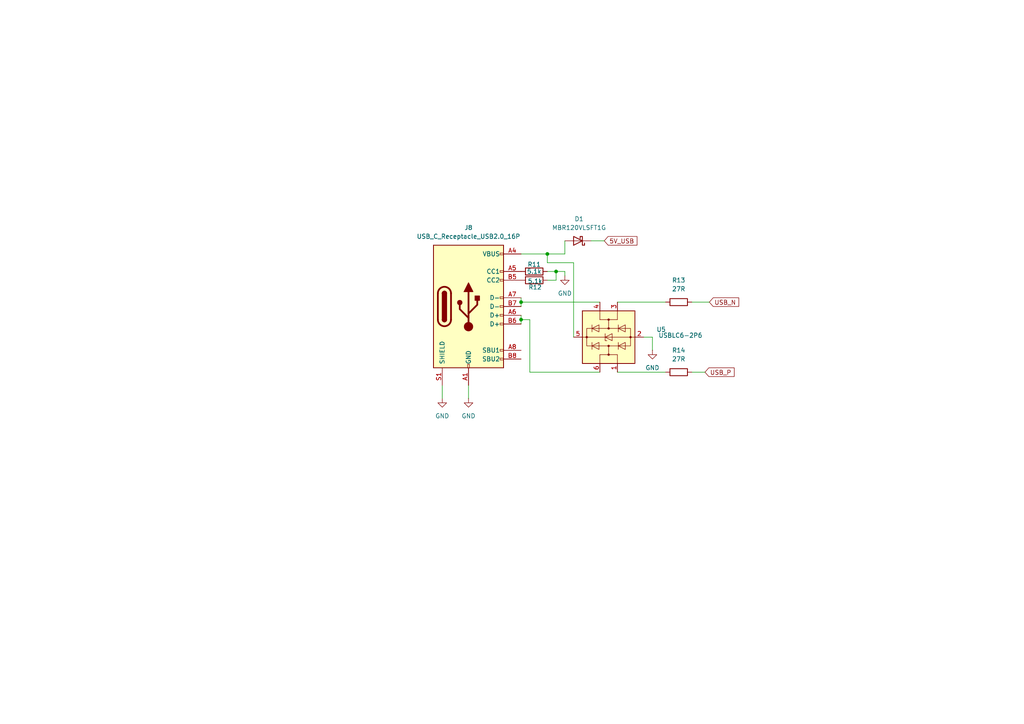
<source format=kicad_sch>
(kicad_sch (version 20231120) (generator "eeschema") (generator_version "8.0")
  (paper "A4")
  (lib_symbols
    (symbol "Connector:USB_C_Receptacle_USB2.0_16P" (pin_names (offset 1.016))
      (property "Reference" "J" (at 0 22.225 0))
      (property "Value" "USB_C_Receptacle_USB2.0_16P" (at 0 19.685 0))
      (symbol "USB_C_Receptacle_USB2.0_16P_0_0"
        (rectangle (start -0.254 -17.78) (end 0.254 -16.764))
        (rectangle (start 10.16 -14.986) (end 9.144 -15.494))
        (rectangle (start 10.16 -12.446) (end 9.144 -12.954))
        (rectangle (start 10.16 -4.826) (end 9.144 -5.334))
        (rectangle (start 10.16 -2.286) (end 9.144 -2.794))
        (rectangle (start 10.16 0.254) (end 9.144 -0.254))
        (rectangle (start 10.16 2.794) (end 9.144 2.286))
        (rectangle (start 10.16 7.874) (end 9.144 7.366))
        (rectangle (start 10.16 10.414) (end 9.144 9.906))
        (rectangle (start 10.16 15.494) (end 9.144 14.986))
      )
      (symbol "USB_C_Receptacle_USB2.0_16P_0_1"
        (rectangle (start -10.16 17.78) (end 10.16 -17.78) (stroke (width 0.254)) (fill (type background)))
        (arc (start -8.89 -3.81) (mid -6.985 -5.7067) (end -5.08 -3.81) (stroke (width 0.508)))
        (arc (start -7.62 -3.81) (mid -6.985 -4.4423) (end -6.35 -3.81) (stroke (width 0.254)))
        (arc (start -7.62 -3.81) (mid -6.985 -4.4423) (end -6.35 -3.81) (stroke (width 0.254)) (fill (type outline)))
        (rectangle (start -7.62 -3.81) (end -6.35 3.81) (stroke (width 0.254)) (fill (type outline)))
        (arc (start -6.35 3.81) (mid -6.985 4.4423) (end -7.62 3.81) (stroke (width 0.254)))
        (arc (start -6.35 3.81) (mid -6.985 4.4423) (end -7.62 3.81) (stroke (width 0.254)) (fill (type outline)))
        (arc (start -5.08 3.81) (mid -6.985 5.7067) (end -8.89 3.81) (stroke (width 0.508)))
        (circle (center -2.54 1.143) (radius 0.635) (stroke (width 0.254)) (fill (type outline)))
        (circle (center 0 -5.842) (radius 1.27) (fill (type outline)))
        (polyline (pts (xy -8.89 -3.81) (xy -8.89 3.81)) (stroke (width 0.508)))
        (polyline (pts (xy -5.08 3.81) (xy -5.08 -3.81)) (stroke (width 0.508)))
        (polyline (pts (xy 0 -5.842) (xy 0 4.318)) (stroke (width 0.508)))
        (polyline (pts (xy 0 -3.302) (xy -2.54 -0.762) (xy -2.54 0.508)) (stroke (width 0.508)))
        (polyline (pts (xy 0 -2.032) (xy 2.54 0.508) (xy 2.54 1.778)) (stroke (width 0.508)))
        (polyline (pts (xy -1.27 4.318) (xy 0 6.858) (xy 1.27 4.318) (xy -1.27 4.318)) (stroke (width 0.254)) (fill (type outline)))
        (rectangle (start 1.905 1.778) (end 3.175 3.048) (stroke (width 0.254)) (fill (type outline)))
      )
      (symbol "USB_C_Receptacle_USB2.0_16P_1_1"
        (pin passive line (at 0 -22.86 90) (length 5.08) (name "GND") (number "A1"))
        (pin passive line (at 0 -22.86 90) (length 5.08) hide (name "GND") (number "A12"))
        (pin passive line (at 15.24 15.24 180) (length 5.08) (name "VBUS") (number "A4"))
        (pin bidirectional line (at 15.24 10.16 180) (length 5.08) (name "CC1") (number "A5"))
        (pin bidirectional line (at 15.24 -2.54 180) (length 5.08) (name "D+") (number "A6"))
        (pin bidirectional line (at 15.24 2.54 180) (length 5.08) (name "D-") (number "A7"))
        (pin bidirectional line (at 15.24 -12.7 180) (length 5.08) (name "SBU1") (number "A8"))
        (pin passive line (at 15.24 15.24 180) (length 5.08) hide (name "VBUS") (number "A9"))
        (pin passive line (at 0 -22.86 90) (length 5.08) hide (name "GND") (number "B1"))
        (pin passive line (at 0 -22.86 90) (length 5.08) hide (name "GND") (number "B12"))
        (pin passive line (at 15.24 15.24 180) (length 5.08) hide (name "VBUS") (number "B4"))
        (pin bidirectional line (at 15.24 7.62 180) (length 5.08) (name "CC2") (number "B5"))
        (pin bidirectional line (at 15.24 -5.08 180) (length 5.08) (name "D+") (number "B6"))
        (pin bidirectional line (at 15.24 0 180) (length 5.08) (name "D-") (number "B7"))
        (pin bidirectional line (at 15.24 -15.24 180) (length 5.08) (name "SBU2") (number "B8"))
        (pin passive line (at 15.24 15.24 180) (length 5.08) hide (name "VBUS") (number "B9"))
        (pin passive line (at -7.62 -22.86 90) (length 5.08) (name "SHIELD") (number "S1"))
      )
    )
    (symbol "Device:D_Schottky" (pin_numbers hide) (pin_names (offset 1.016) hide)
      (property "Reference" "D" (at 0 2.54 0))
      (property "Value" "D_Schottky" (at 0 -2.54 0))
      (symbol "D_Schottky_0_1"
        (polyline (pts (xy 1.27 0) (xy -1.27 0)))
        (polyline (pts (xy 1.27 1.27) (xy 1.27 -1.27) (xy -1.27 0) (xy 1.27 1.27)) (stroke (width 0.254)))
        (polyline (pts (xy -1.905 0.635) (xy -1.905 1.27) (xy -1.27 1.27) (xy -1.27 -1.27) (xy -0.635 -1.27) (xy -0.635 -0.635)) (stroke (width 0.254)))
      )
      (symbol "D_Schottky_1_1"
        (pin passive line (at -3.81 0 0) (length 2.54) (name "K") (number "1"))
        (pin passive line (at 3.81 0 180) (length 2.54) (name "A") (number "2"))
      )
    )
    (symbol "Device:R" (pin_numbers hide) (pin_names (offset 0))
      (property "Reference" "R" (at 2.032 0 90))
      (property "Value" "R" (at 0 0 90))
      (symbol "R_0_1"
        (rectangle (start -1.016 -2.54) (end 1.016 2.54) (stroke (width 0.254)))
      )
      (symbol "R_1_1"
        (pin passive line (at 0 3.81 270) (length 1.27) (name "~") (number "1"))
        (pin passive line (at 0 -3.81 90) (length 1.27) (name "~") (number "2"))
      )
    )
    (symbol "Power_Protection:USBLC6-2P6" (pin_names hide)
      (property "Reference" "U" (at 2.54 8.89 0))
      (property "Value" "USBLC6-2P6" (at 2.54 -8.89 0))
      (symbol "USBLC6-2P6_0_1"
        (rectangle (start -7.62 -7.62) (end 7.62 7.62) (stroke (width 0.254)) (fill (type background)))
        (circle (center -5.08 0) (radius 0.254) (fill (type outline)))
        (circle (center -2.54 0) (radius 0.254) (fill (type outline)))
        (rectangle (start -2.54 6.35) (end 2.54 -6.35))
        (circle (center 0 -6.35) (radius 0.254) (fill (type outline)))
        (polyline (pts (xy -5.08 -2.54) (xy -7.62 -2.54)))
        (polyline (pts (xy -5.08 0) (xy -5.08 -2.54)))
        (polyline (pts (xy -5.08 2.54) (xy -7.62 2.54)))
        (polyline (pts (xy -1.524 -2.794) (xy -3.556 -2.794)))
        (polyline (pts (xy -1.524 4.826) (xy -3.556 4.826)))
        (polyline (pts (xy 0 -7.62) (xy 0 -6.35)))
        (polyline (pts (xy 0 -6.35) (xy 0 1.27)))
        (polyline (pts (xy 0 1.27) (xy 0 6.35)))
        (polyline (pts (xy 0 6.35) (xy 0 7.62)))
        (polyline (pts (xy 1.524 -2.794) (xy 3.556 -2.794)))
        (polyline (pts (xy 1.524 4.826) (xy 3.556 4.826)))
        (polyline (pts (xy 5.08 -2.54) (xy 7.62 -2.54)))
        (polyline (pts (xy 5.08 0) (xy 5.08 -2.54)))
        (polyline (pts (xy 5.08 2.54) (xy 7.62 2.54)))
        (polyline (pts (xy -2.54 0) (xy -5.08 0) (xy -5.08 2.54)))
        (polyline (pts (xy 2.54 0) (xy 5.08 0) (xy 5.08 2.54)))
        (polyline (pts (xy -3.556 -4.826) (xy -1.524 -4.826) (xy -2.54 -2.794) (xy -3.556 -4.826)))
        (polyline (pts (xy -3.556 2.794) (xy -1.524 2.794) (xy -2.54 4.826) (xy -3.556 2.794)))
        (polyline (pts (xy -1.016 -1.016) (xy 1.016 -1.016) (xy 0 1.016) (xy -1.016 -1.016)))
        (polyline (pts (xy 1.016 1.016) (xy 0.762 1.016) (xy -1.016 1.016) (xy -1.016 0.508)))
        (polyline (pts (xy 3.556 -4.826) (xy 1.524 -4.826) (xy 2.54 -2.794) (xy 3.556 -4.826)))
        (polyline (pts (xy 3.556 2.794) (xy 1.524 2.794) (xy 2.54 4.826) (xy 3.556 2.794)))
        (circle (center 0 6.35) (radius 0.254) (fill (type outline)))
        (circle (center 2.54 0) (radius 0.254) (fill (type outline)))
        (circle (center 5.08 0) (radius 0.254) (fill (type outline)))
      )
      (symbol "USBLC6-2P6_1_1"
        (pin passive line (at -10.16 -2.54 0) (length 2.54) (name "I/O1") (number "1"))
        (pin passive line (at 0 -10.16 90) (length 2.54) (name "GND") (number "2"))
        (pin passive line (at 10.16 -2.54 180) (length 2.54) (name "I/O2") (number "3"))
        (pin passive line (at 10.16 2.54 180) (length 2.54) (name "I/O2") (number "4"))
        (pin passive line (at 0 10.16 270) (length 2.54) (name "VBUS") (number "5"))
        (pin passive line (at -10.16 2.54 0) (length 2.54) (name "I/O1") (number "6"))
      )
    )
    (symbol "power:GND" (power) (pin_numbers hide) (pin_names (offset 0) hide)
      (property "Value" "GND" (at 0 -3.81 0))
      (symbol "GND_0_1"
        (polyline (pts (xy 0 0) (xy 0 -1.27) (xy 1.27 -1.27) (xy 0 -2.54) (xy -1.27 -1.27) (xy 0 -1.27)))
      )
      (symbol "GND_1_1"
        (pin power_in line (at 0 0 270) (length 0) (name "~") (number "1"))
      )
    )
  )
  (junction (at 161.29 78.74))
  (junction (at 158.75 73.66))
  (junction (at 151.13 87.63))
  (junction (at 151.13 92.71))
  (wire (pts (xy 161.29 81.28) (xy 161.29 78.74)))
  (wire (pts (xy 166.37 76.2) (xy 166.37 97.79)))
  (wire (pts (xy 151.13 73.66) (xy 158.75 73.66)))
  (wire (pts (xy 166.37 76.2) (xy 158.75 76.2)))
  (wire (pts (xy 205.74 87.63) (xy 200.66 87.63)))
  (wire (pts (xy 151.13 87.63) (xy 173.99 87.63)))
  (wire (pts (xy 193.04 87.63) (xy 179.07 87.63)))
  (wire (pts (xy 151.13 87.63) (xy 151.13 88.9)))
  (wire (pts (xy 151.13 92.71) (xy 151.13 93.98)))
  (wire (pts (xy 158.75 76.2) (xy 158.75 73.66)))
  (wire (pts (xy 186.69 97.79) (xy 189.23 97.79)))
  (wire (pts (xy 163.83 73.66) (xy 158.75 73.66)))
  (wire (pts (xy 153.67 107.95) (xy 173.99 107.95)))
  (wire (pts (xy 189.23 101.6) (xy 189.23 97.79)))
  (wire (pts (xy 135.89 115.57) (xy 135.89 111.76)))
  (wire (pts (xy 161.29 78.74) (xy 163.83 78.74)))
  (wire (pts (xy 128.27 115.57) (xy 128.27 111.76)))
  (wire (pts (xy 204.47 107.95) (xy 200.66 107.95)))
  (wire (pts (xy 163.83 69.85) (xy 163.83 73.66)))
  (wire (pts (xy 151.13 91.44) (xy 151.13 92.71)))
  (wire (pts (xy 153.67 92.71) (xy 151.13 92.71)))
  (wire (pts (xy 151.13 86.36) (xy 151.13 87.63)))
  (wire (pts (xy 179.07 107.95) (xy 193.04 107.95)))
  (wire (pts (xy 161.29 78.74) (xy 158.75 78.74)))
  (wire (pts (xy 158.75 81.28) (xy 161.29 81.28)))
  (wire (pts (xy 171.45 69.85) (xy 175.26 69.85)))
  (wire (pts (xy 153.67 92.71) (xy 153.67 107.95)))
  (wire (pts (xy 163.83 80.01) (xy 163.83 78.74)))
  (global_label "USB_P" (shape input) (at 204.47 107.95 0) (property "Intersheetrefs" "${INTERSHEET_REFS}" (effects (hide yes))))
  (global_label "USB_N" (shape input) (at 205.74 87.63 0) (property "Intersheetrefs" "${INTERSHEET_REFS}" (effects (hide yes))))
  (global_label "5V_USB" (shape input) (at 175.26 69.85 0) (property "Intersheetrefs" "${INTERSHEET_REFS}" (effects (hide yes))))
  (symbol (lib_id "Power_Protection:USBLC6-2P6") (at 176.53 97.79 90) (unit 1)
    (property "Reference" "U5" (at 191.77 95.5741 90))
    (property "Value" "USBLC6-2P6" (at 197.358 97.282 90))
    (property "Footprint" "Package_TO_SOT_SMD:SOT-666" (effects (hide yes)))
    (property "Datasheet" "https://www.st.com/resource/en/datasheet/usblc6-2.pdf" (effects (hide yes)))
  )
  (symbol (lib_id "Connector:USB_C_Receptacle_USB2.0_16P") (at 135.89 88.9 0) (unit 1)
    (property "Reference" "J8" (at 135.89 66.04 0))
    (property "Value" "USB_C_Receptacle_USB2.0_16P" (at 135.89 68.58 0))
    (property "Footprint" "Connector_USB:USB_C_Receptacle_G-Switch_GT-USB-7051x" (effects (hide yes)))
    (property "Datasheet" "https://www.usb.org/sites/default/files/documents/usb_type-c.zip" (effects (hide yes)))
    (property "Description" "USB 2.0-only 16P Type-C Receptacle connector" (effects (hide yes)))
  )
  (symbol (lib_id "power:GND") (at 128.27 115.57 0) (unit 1)
    (property "Reference" "#PWR037" (effects (hide yes)))
    (property "Value" "GND" (at 128.27 120.65 0))
  )
  (symbol (lib_id "Device:R") (at 196.85 87.63 90) (unit 1)
    (property "Reference" "R13" (at 196.85 81.28 90))
    (property "Value" "27R" (at 196.85 83.82 90))
    (property "Footprint" "Resistor_SMD:R_0402_1005Metric" (effects (hide yes)))
  )
  (symbol (lib_id "power:GND") (at 163.83 80.01 0) (unit 1)
    (property "Reference" "#PWR039" (effects (hide yes)))
    (property "Value" "GND" (at 163.83 85.09 0))
  )
  (symbol (lib_id "Device:R") (at 196.85 107.95 90) (unit 1)
    (property "Reference" "R14" (at 196.85 101.6 90))
    (property "Value" "27R" (at 196.85 104.14 90))
    (property "Footprint" "Resistor_SMD:R_0402_1005Metric" (effects (hide yes)))
  )
  (symbol (lib_id "power:GND") (at 135.89 115.57 0) (unit 1)
    (property "Reference" "#PWR038" (effects (hide yes)))
    (property "Value" "GND" (at 135.89 120.65 0))
  )
  (symbol (lib_id "power:GND") (at 189.23 101.6 0) (unit 1)
    (property "Reference" "#PWR040" (effects (hide yes)))
    (property "Value" "GND" (at 189.23 106.68 0))
  )
  (symbol (lib_id "Device:R") (at 154.94 81.28 90) (unit 1)
    (property "Reference" "R12" (at 155.194 83.312 90))
    (property "Value" "5.1k" (at 155.194 81.534 90))
    (property "Footprint" "Resistor_SMD:R_0402_1005Metric" (effects (hide yes)))
  )
  (symbol (lib_id "Device:D_Schottky") (at 167.64 69.85 180) (unit 1)
    (property "Reference" "D1" (at 167.9575 63.5 0))
    (property "Value" "MBR120VLSFT1G" (at 167.9575 66.04 0))
    (property "Footprint" "Diode_SMD:D_SOD-123F" (effects (hide yes)))
    (property "Description" "Schottky diode" (effects (hide yes)))
  )
  (symbol (lib_id "Device:R") (at 154.94 78.74 90) (unit 1)
    (property "Reference" "R11" (at 154.94 76.708 90))
    (property "Value" "5.1k" (at 154.94 78.74 90))
    (property "Footprint" "Resistor_SMD:R_0402_1005Metric" (effects (hide yes)))
  )
)
</source>
